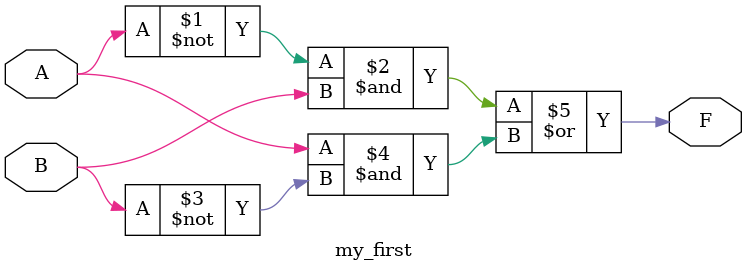
<source format=v>
module my_first(
	input A,
	input B,
	output F
	);
	assign F = ~A&B | A&~B;
endmodule 
</source>
